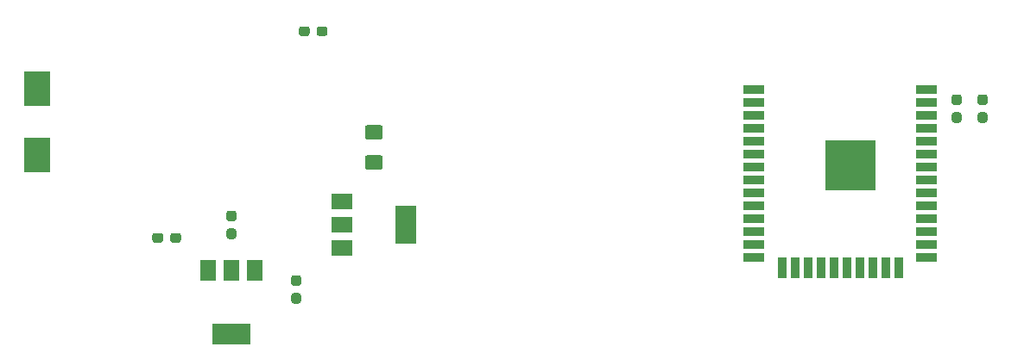
<source format=gbr>
G04 #@! TF.GenerationSoftware,KiCad,Pcbnew,5.1.6-1*
G04 #@! TF.CreationDate,2020-06-08T20:05:56+02:00*
G04 #@! TF.ProjectId,pentasquare,70656e74-6173-4717-9561-72652e6b6963,rev?*
G04 #@! TF.SameCoordinates,Original*
G04 #@! TF.FileFunction,Paste,Bot*
G04 #@! TF.FilePolarity,Positive*
%FSLAX46Y46*%
G04 Gerber Fmt 4.6, Leading zero omitted, Abs format (unit mm)*
G04 Created by KiCad (PCBNEW 5.1.6-1) date 2020-06-08 20:05:56*
%MOMM*%
%LPD*%
G01*
G04 APERTURE LIST*
%ADD10R,2.000000X1.500000*%
%ADD11R,2.000000X3.800000*%
%ADD12R,3.800000X2.000000*%
%ADD13R,1.500000X2.000000*%
%ADD14R,2.500000X3.500000*%
%ADD15R,5.000000X5.000000*%
%ADD16R,2.000000X0.900000*%
%ADD17R,0.900000X2.000000*%
G04 APERTURE END LIST*
D10*
X65430000Y-37830000D03*
X65430000Y-33230000D03*
X65430000Y-35530000D03*
D11*
X71730000Y-35530000D03*
G36*
G01*
X60722500Y-42260000D02*
X61197500Y-42260000D01*
G75*
G02*
X61435000Y-42497500I0J-237500D01*
G01*
X61435000Y-43072500D01*
G75*
G02*
X61197500Y-43310000I-237500J0D01*
G01*
X60722500Y-43310000D01*
G75*
G02*
X60485000Y-43072500I0J237500D01*
G01*
X60485000Y-42497500D01*
G75*
G02*
X60722500Y-42260000I237500J0D01*
G01*
G37*
G36*
G01*
X60722500Y-40510000D02*
X61197500Y-40510000D01*
G75*
G02*
X61435000Y-40747500I0J-237500D01*
G01*
X61435000Y-41322500D01*
G75*
G02*
X61197500Y-41560000I-237500J0D01*
G01*
X60722500Y-41560000D01*
G75*
G02*
X60485000Y-41322500I0J237500D01*
G01*
X60485000Y-40747500D01*
G75*
G02*
X60722500Y-40510000I237500J0D01*
G01*
G37*
G36*
G01*
X54372500Y-34160000D02*
X54847500Y-34160000D01*
G75*
G02*
X55085000Y-34397500I0J-237500D01*
G01*
X55085000Y-34972500D01*
G75*
G02*
X54847500Y-35210000I-237500J0D01*
G01*
X54372500Y-35210000D01*
G75*
G02*
X54135000Y-34972500I0J237500D01*
G01*
X54135000Y-34397500D01*
G75*
G02*
X54372500Y-34160000I237500J0D01*
G01*
G37*
G36*
G01*
X54372500Y-35910000D02*
X54847500Y-35910000D01*
G75*
G02*
X55085000Y-36147500I0J-237500D01*
G01*
X55085000Y-36722500D01*
G75*
G02*
X54847500Y-36960000I-237500J0D01*
G01*
X54372500Y-36960000D01*
G75*
G02*
X54135000Y-36722500I0J237500D01*
G01*
X54135000Y-36147500D01*
G75*
G02*
X54372500Y-35910000I237500J0D01*
G01*
G37*
D12*
X54610000Y-46330000D03*
D13*
X54610000Y-40030000D03*
X56910000Y-40030000D03*
X52310000Y-40030000D03*
G36*
G01*
X49660000Y-36592500D02*
X49660000Y-37067500D01*
G75*
G02*
X49422500Y-37305000I-237500J0D01*
G01*
X48847500Y-37305000D01*
G75*
G02*
X48610000Y-37067500I0J237500D01*
G01*
X48610000Y-36592500D01*
G75*
G02*
X48847500Y-36355000I237500J0D01*
G01*
X49422500Y-36355000D01*
G75*
G02*
X49660000Y-36592500I0J-237500D01*
G01*
G37*
G36*
G01*
X47910000Y-36592500D02*
X47910000Y-37067500D01*
G75*
G02*
X47672500Y-37305000I-237500J0D01*
G01*
X47097500Y-37305000D01*
G75*
G02*
X46860000Y-37067500I0J237500D01*
G01*
X46860000Y-36592500D01*
G75*
G02*
X47097500Y-36355000I237500J0D01*
G01*
X47672500Y-36355000D01*
G75*
G02*
X47910000Y-36592500I0J-237500D01*
G01*
G37*
D14*
X35560000Y-28650000D03*
X35560000Y-22150000D03*
G36*
G01*
X128507500Y-23780000D02*
X128032500Y-23780000D01*
G75*
G02*
X127795000Y-23542500I0J237500D01*
G01*
X127795000Y-22967500D01*
G75*
G02*
X128032500Y-22730000I237500J0D01*
G01*
X128507500Y-22730000D01*
G75*
G02*
X128745000Y-22967500I0J-237500D01*
G01*
X128745000Y-23542500D01*
G75*
G02*
X128507500Y-23780000I-237500J0D01*
G01*
G37*
G36*
G01*
X128507500Y-25530000D02*
X128032500Y-25530000D01*
G75*
G02*
X127795000Y-25292500I0J237500D01*
G01*
X127795000Y-24717500D01*
G75*
G02*
X128032500Y-24480000I237500J0D01*
G01*
X128507500Y-24480000D01*
G75*
G02*
X128745000Y-24717500I0J-237500D01*
G01*
X128745000Y-25292500D01*
G75*
G02*
X128507500Y-25530000I-237500J0D01*
G01*
G37*
G36*
G01*
X64025000Y-16272500D02*
X64025000Y-16747500D01*
G75*
G02*
X63787500Y-16985000I-237500J0D01*
G01*
X63212500Y-16985000D01*
G75*
G02*
X62975000Y-16747500I0J237500D01*
G01*
X62975000Y-16272500D01*
G75*
G02*
X63212500Y-16035000I237500J0D01*
G01*
X63787500Y-16035000D01*
G75*
G02*
X64025000Y-16272500I0J-237500D01*
G01*
G37*
G36*
G01*
X62275000Y-16272500D02*
X62275000Y-16747500D01*
G75*
G02*
X62037500Y-16985000I-237500J0D01*
G01*
X61462500Y-16985000D01*
G75*
G02*
X61225000Y-16747500I0J237500D01*
G01*
X61225000Y-16272500D01*
G75*
G02*
X61462500Y-16035000I237500J0D01*
G01*
X62037500Y-16035000D01*
G75*
G02*
X62275000Y-16272500I0J-237500D01*
G01*
G37*
G36*
G01*
X67955000Y-25740000D02*
X69205000Y-25740000D01*
G75*
G02*
X69455000Y-25990000I0J-250000D01*
G01*
X69455000Y-26915000D01*
G75*
G02*
X69205000Y-27165000I-250000J0D01*
G01*
X67955000Y-27165000D01*
G75*
G02*
X67705000Y-26915000I0J250000D01*
G01*
X67705000Y-25990000D01*
G75*
G02*
X67955000Y-25740000I250000J0D01*
G01*
G37*
G36*
G01*
X67955000Y-28715000D02*
X69205000Y-28715000D01*
G75*
G02*
X69455000Y-28965000I0J-250000D01*
G01*
X69455000Y-29890000D01*
G75*
G02*
X69205000Y-30140000I-250000J0D01*
G01*
X67955000Y-30140000D01*
G75*
G02*
X67705000Y-29890000I0J250000D01*
G01*
X67705000Y-28965000D01*
G75*
G02*
X67955000Y-28715000I250000J0D01*
G01*
G37*
D15*
X115300000Y-29725000D03*
D16*
X122800000Y-22225000D03*
X122800000Y-23495000D03*
X122800000Y-24765000D03*
X122800000Y-26035000D03*
X122800000Y-27305000D03*
X122800000Y-28575000D03*
X122800000Y-29845000D03*
X122800000Y-31115000D03*
X122800000Y-32385000D03*
X122800000Y-33655000D03*
X122800000Y-34925000D03*
X122800000Y-36195000D03*
X122800000Y-37465000D03*
X122800000Y-38735000D03*
D17*
X120015000Y-39735000D03*
X118745000Y-39735000D03*
X117475000Y-39735000D03*
X116205000Y-39735000D03*
X114935000Y-39735000D03*
X113665000Y-39735000D03*
X112395000Y-39735000D03*
X111125000Y-39735000D03*
X109855000Y-39735000D03*
X108585000Y-39735000D03*
D16*
X105800000Y-38735000D03*
X105800000Y-37465000D03*
X105800000Y-36195000D03*
X105800000Y-34925000D03*
X105800000Y-33655000D03*
X105800000Y-32385000D03*
X105800000Y-31115000D03*
X105800000Y-29845000D03*
X105800000Y-28575000D03*
X105800000Y-27305000D03*
X105800000Y-26035000D03*
X105800000Y-24765000D03*
X105800000Y-23495000D03*
X105800000Y-22225000D03*
G36*
G01*
X125492500Y-22730000D02*
X125967500Y-22730000D01*
G75*
G02*
X126205000Y-22967500I0J-237500D01*
G01*
X126205000Y-23542500D01*
G75*
G02*
X125967500Y-23780000I-237500J0D01*
G01*
X125492500Y-23780000D01*
G75*
G02*
X125255000Y-23542500I0J237500D01*
G01*
X125255000Y-22967500D01*
G75*
G02*
X125492500Y-22730000I237500J0D01*
G01*
G37*
G36*
G01*
X125492500Y-24480000D02*
X125967500Y-24480000D01*
G75*
G02*
X126205000Y-24717500I0J-237500D01*
G01*
X126205000Y-25292500D01*
G75*
G02*
X125967500Y-25530000I-237500J0D01*
G01*
X125492500Y-25530000D01*
G75*
G02*
X125255000Y-25292500I0J237500D01*
G01*
X125255000Y-24717500D01*
G75*
G02*
X125492500Y-24480000I237500J0D01*
G01*
G37*
M02*

</source>
